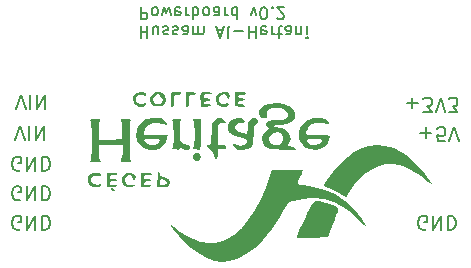
<source format=gbo>
%TF.GenerationSoftware,KiCad,Pcbnew,8.0.0*%
%TF.CreationDate,2024-05-08T18:40:11-04:00*%
%TF.ProjectId,myPowerBoardDesign,6d79506f-7765-4724-926f-617264446573,rev?*%
%TF.SameCoordinates,Original*%
%TF.FileFunction,Legend,Bot*%
%TF.FilePolarity,Positive*%
%FSLAX46Y46*%
G04 Gerber Fmt 4.6, Leading zero omitted, Abs format (unit mm)*
G04 Created by KiCad (PCBNEW 8.0.0) date 2024-05-08 18:40:11*
%MOMM*%
%LPD*%
G01*
G04 APERTURE LIST*
%ADD10C,0.150000*%
%ADD11C,0.000000*%
G04 APERTURE END LIST*
D10*
X85512969Y-54928013D02*
X85398684Y-54985156D01*
X85398684Y-54985156D02*
X85227255Y-54985156D01*
X85227255Y-54985156D02*
X85055826Y-54928013D01*
X85055826Y-54928013D02*
X84941541Y-54813727D01*
X84941541Y-54813727D02*
X84884398Y-54699441D01*
X84884398Y-54699441D02*
X84827255Y-54470870D01*
X84827255Y-54470870D02*
X84827255Y-54299441D01*
X84827255Y-54299441D02*
X84884398Y-54070870D01*
X84884398Y-54070870D02*
X84941541Y-53956584D01*
X84941541Y-53956584D02*
X85055826Y-53842299D01*
X85055826Y-53842299D02*
X85227255Y-53785156D01*
X85227255Y-53785156D02*
X85341541Y-53785156D01*
X85341541Y-53785156D02*
X85512969Y-53842299D01*
X85512969Y-53842299D02*
X85570112Y-53899441D01*
X85570112Y-53899441D02*
X85570112Y-54299441D01*
X85570112Y-54299441D02*
X85341541Y-54299441D01*
X86084398Y-53785156D02*
X86084398Y-54985156D01*
X86084398Y-54985156D02*
X86770112Y-53785156D01*
X86770112Y-53785156D02*
X86770112Y-54985156D01*
X87341541Y-53785156D02*
X87341541Y-54985156D01*
X87341541Y-54985156D02*
X87627255Y-54985156D01*
X87627255Y-54985156D02*
X87798684Y-54928013D01*
X87798684Y-54928013D02*
X87912969Y-54813727D01*
X87912969Y-54813727D02*
X87970112Y-54699441D01*
X87970112Y-54699441D02*
X88027255Y-54470870D01*
X88027255Y-54470870D02*
X88027255Y-54299441D01*
X88027255Y-54299441D02*
X87970112Y-54070870D01*
X87970112Y-54070870D02*
X87912969Y-53956584D01*
X87912969Y-53956584D02*
X87798684Y-53842299D01*
X87798684Y-53842299D02*
X87627255Y-53785156D01*
X87627255Y-53785156D02*
X87341541Y-53785156D01*
X85017256Y-46742300D02*
X85931542Y-46742300D01*
X85474399Y-46285157D02*
X85474399Y-47199442D01*
X87074398Y-47485157D02*
X86502970Y-47485157D01*
X86502970Y-47485157D02*
X86445827Y-46913728D01*
X86445827Y-46913728D02*
X86502970Y-46970871D01*
X86502970Y-46970871D02*
X86617256Y-47028014D01*
X86617256Y-47028014D02*
X86902970Y-47028014D01*
X86902970Y-47028014D02*
X87017256Y-46970871D01*
X87017256Y-46970871D02*
X87074398Y-46913728D01*
X87074398Y-46913728D02*
X87131541Y-46799442D01*
X87131541Y-46799442D02*
X87131541Y-46513728D01*
X87131541Y-46513728D02*
X87074398Y-46399442D01*
X87074398Y-46399442D02*
X87017256Y-46342300D01*
X87017256Y-46342300D02*
X86902970Y-46285157D01*
X86902970Y-46285157D02*
X86617256Y-46285157D01*
X86617256Y-46285157D02*
X86502970Y-46342300D01*
X86502970Y-46342300D02*
X86445827Y-46399442D01*
X87474398Y-47485157D02*
X87874398Y-46285157D01*
X87874398Y-46285157D02*
X88274398Y-47485157D01*
X83874399Y-44242299D02*
X84788685Y-44242299D01*
X84331542Y-43785156D02*
X84331542Y-44699441D01*
X85245827Y-44985156D02*
X85988684Y-44985156D01*
X85988684Y-44985156D02*
X85588684Y-44528013D01*
X85588684Y-44528013D02*
X85760113Y-44528013D01*
X85760113Y-44528013D02*
X85874399Y-44470870D01*
X85874399Y-44470870D02*
X85931541Y-44413727D01*
X85931541Y-44413727D02*
X85988684Y-44299441D01*
X85988684Y-44299441D02*
X85988684Y-44013727D01*
X85988684Y-44013727D02*
X85931541Y-43899441D01*
X85931541Y-43899441D02*
X85874399Y-43842299D01*
X85874399Y-43842299D02*
X85760113Y-43785156D01*
X85760113Y-43785156D02*
X85417256Y-43785156D01*
X85417256Y-43785156D02*
X85302970Y-43842299D01*
X85302970Y-43842299D02*
X85245827Y-43899441D01*
X86331541Y-44985156D02*
X86731541Y-43785156D01*
X86731541Y-43785156D02*
X87131541Y-44985156D01*
X87417255Y-44985156D02*
X88160112Y-44985156D01*
X88160112Y-44985156D02*
X87760112Y-44528013D01*
X87760112Y-44528013D02*
X87931541Y-44528013D01*
X87931541Y-44528013D02*
X88045827Y-44470870D01*
X88045827Y-44470870D02*
X88102969Y-44413727D01*
X88102969Y-44413727D02*
X88160112Y-44299441D01*
X88160112Y-44299441D02*
X88160112Y-44013727D01*
X88160112Y-44013727D02*
X88102969Y-43899441D01*
X88102969Y-43899441D02*
X88045827Y-43842299D01*
X88045827Y-43842299D02*
X87931541Y-43785156D01*
X87931541Y-43785156D02*
X87588684Y-43785156D01*
X87588684Y-43785156D02*
X87474398Y-43842299D01*
X87474398Y-43842299D02*
X87417255Y-43899441D01*
X51145826Y-54928013D02*
X51031541Y-54985156D01*
X51031541Y-54985156D02*
X50860112Y-54985156D01*
X50860112Y-54985156D02*
X50688683Y-54928013D01*
X50688683Y-54928013D02*
X50574398Y-54813727D01*
X50574398Y-54813727D02*
X50517255Y-54699441D01*
X50517255Y-54699441D02*
X50460112Y-54470870D01*
X50460112Y-54470870D02*
X50460112Y-54299441D01*
X50460112Y-54299441D02*
X50517255Y-54070870D01*
X50517255Y-54070870D02*
X50574398Y-53956584D01*
X50574398Y-53956584D02*
X50688683Y-53842299D01*
X50688683Y-53842299D02*
X50860112Y-53785156D01*
X50860112Y-53785156D02*
X50974398Y-53785156D01*
X50974398Y-53785156D02*
X51145826Y-53842299D01*
X51145826Y-53842299D02*
X51202969Y-53899441D01*
X51202969Y-53899441D02*
X51202969Y-54299441D01*
X51202969Y-54299441D02*
X50974398Y-54299441D01*
X51717255Y-53785156D02*
X51717255Y-54985156D01*
X51717255Y-54985156D02*
X52402969Y-53785156D01*
X52402969Y-53785156D02*
X52402969Y-54985156D01*
X52974398Y-53785156D02*
X52974398Y-54985156D01*
X52974398Y-54985156D02*
X53260112Y-54985156D01*
X53260112Y-54985156D02*
X53431541Y-54928013D01*
X53431541Y-54928013D02*
X53545826Y-54813727D01*
X53545826Y-54813727D02*
X53602969Y-54699441D01*
X53602969Y-54699441D02*
X53660112Y-54470870D01*
X53660112Y-54470870D02*
X53660112Y-54299441D01*
X53660112Y-54299441D02*
X53602969Y-54070870D01*
X53602969Y-54070870D02*
X53545826Y-53956584D01*
X53545826Y-53956584D02*
X53431541Y-53842299D01*
X53431541Y-53842299D02*
X53260112Y-53785156D01*
X53260112Y-53785156D02*
X52974398Y-53785156D01*
X51145826Y-52428013D02*
X51031541Y-52485156D01*
X51031541Y-52485156D02*
X50860112Y-52485156D01*
X50860112Y-52485156D02*
X50688683Y-52428013D01*
X50688683Y-52428013D02*
X50574398Y-52313727D01*
X50574398Y-52313727D02*
X50517255Y-52199441D01*
X50517255Y-52199441D02*
X50460112Y-51970870D01*
X50460112Y-51970870D02*
X50460112Y-51799441D01*
X50460112Y-51799441D02*
X50517255Y-51570870D01*
X50517255Y-51570870D02*
X50574398Y-51456584D01*
X50574398Y-51456584D02*
X50688683Y-51342299D01*
X50688683Y-51342299D02*
X50860112Y-51285156D01*
X50860112Y-51285156D02*
X50974398Y-51285156D01*
X50974398Y-51285156D02*
X51145826Y-51342299D01*
X51145826Y-51342299D02*
X51202969Y-51399441D01*
X51202969Y-51399441D02*
X51202969Y-51799441D01*
X51202969Y-51799441D02*
X50974398Y-51799441D01*
X51717255Y-51285156D02*
X51717255Y-52485156D01*
X51717255Y-52485156D02*
X52402969Y-51285156D01*
X52402969Y-51285156D02*
X52402969Y-52485156D01*
X52974398Y-51285156D02*
X52974398Y-52485156D01*
X52974398Y-52485156D02*
X53260112Y-52485156D01*
X53260112Y-52485156D02*
X53431541Y-52428013D01*
X53431541Y-52428013D02*
X53545826Y-52313727D01*
X53545826Y-52313727D02*
X53602969Y-52199441D01*
X53602969Y-52199441D02*
X53660112Y-51970870D01*
X53660112Y-51970870D02*
X53660112Y-51799441D01*
X53660112Y-51799441D02*
X53602969Y-51570870D01*
X53602969Y-51570870D02*
X53545826Y-51456584D01*
X53545826Y-51456584D02*
X53431541Y-51342299D01*
X53431541Y-51342299D02*
X53260112Y-51285156D01*
X53260112Y-51285156D02*
X52974398Y-51285156D01*
X51145826Y-49928013D02*
X51031541Y-49985156D01*
X51031541Y-49985156D02*
X50860112Y-49985156D01*
X50860112Y-49985156D02*
X50688683Y-49928013D01*
X50688683Y-49928013D02*
X50574398Y-49813727D01*
X50574398Y-49813727D02*
X50517255Y-49699441D01*
X50517255Y-49699441D02*
X50460112Y-49470870D01*
X50460112Y-49470870D02*
X50460112Y-49299441D01*
X50460112Y-49299441D02*
X50517255Y-49070870D01*
X50517255Y-49070870D02*
X50574398Y-48956584D01*
X50574398Y-48956584D02*
X50688683Y-48842299D01*
X50688683Y-48842299D02*
X50860112Y-48785156D01*
X50860112Y-48785156D02*
X50974398Y-48785156D01*
X50974398Y-48785156D02*
X51145826Y-48842299D01*
X51145826Y-48842299D02*
X51202969Y-48899441D01*
X51202969Y-48899441D02*
X51202969Y-49299441D01*
X51202969Y-49299441D02*
X50974398Y-49299441D01*
X51717255Y-48785156D02*
X51717255Y-49985156D01*
X51717255Y-49985156D02*
X52402969Y-48785156D01*
X52402969Y-48785156D02*
X52402969Y-49985156D01*
X52974398Y-48785156D02*
X52974398Y-49985156D01*
X52974398Y-49985156D02*
X53260112Y-49985156D01*
X53260112Y-49985156D02*
X53431541Y-49928013D01*
X53431541Y-49928013D02*
X53545826Y-49813727D01*
X53545826Y-49813727D02*
X53602969Y-49699441D01*
X53602969Y-49699441D02*
X53660112Y-49470870D01*
X53660112Y-49470870D02*
X53660112Y-49299441D01*
X53660112Y-49299441D02*
X53602969Y-49070870D01*
X53602969Y-49070870D02*
X53545826Y-48956584D01*
X53545826Y-48956584D02*
X53431541Y-48842299D01*
X53431541Y-48842299D02*
X53260112Y-48785156D01*
X53260112Y-48785156D02*
X52974398Y-48785156D01*
X50812969Y-44754657D02*
X51212969Y-43554657D01*
X51212969Y-43554657D02*
X51612969Y-44754657D01*
X52012969Y-43554657D02*
X52012969Y-44754657D01*
X52584398Y-43554657D02*
X52584398Y-44754657D01*
X52584398Y-44754657D02*
X53270112Y-43554657D01*
X53270112Y-43554657D02*
X53270112Y-44754657D01*
X50712969Y-47354657D02*
X51112969Y-46154657D01*
X51112969Y-46154657D02*
X51512969Y-47354657D01*
X51912969Y-46154657D02*
X51912969Y-47354657D01*
X52484398Y-46154657D02*
X52484398Y-47354657D01*
X52484398Y-47354657D02*
X53170112Y-46154657D01*
X53170112Y-46154657D02*
X53170112Y-47354657D01*
X61336779Y-37740124D02*
X61336779Y-38740124D01*
X61336779Y-38263934D02*
X61908207Y-38263934D01*
X61908207Y-37740124D02*
X61908207Y-38740124D01*
X62812969Y-38406791D02*
X62812969Y-37740124D01*
X62384398Y-38406791D02*
X62384398Y-37882982D01*
X62384398Y-37882982D02*
X62432017Y-37787744D01*
X62432017Y-37787744D02*
X62527255Y-37740124D01*
X62527255Y-37740124D02*
X62670112Y-37740124D01*
X62670112Y-37740124D02*
X62765350Y-37787744D01*
X62765350Y-37787744D02*
X62812969Y-37835363D01*
X63241541Y-37787744D02*
X63336779Y-37740124D01*
X63336779Y-37740124D02*
X63527255Y-37740124D01*
X63527255Y-37740124D02*
X63622493Y-37787744D01*
X63622493Y-37787744D02*
X63670112Y-37882982D01*
X63670112Y-37882982D02*
X63670112Y-37930601D01*
X63670112Y-37930601D02*
X63622493Y-38025839D01*
X63622493Y-38025839D02*
X63527255Y-38073458D01*
X63527255Y-38073458D02*
X63384398Y-38073458D01*
X63384398Y-38073458D02*
X63289160Y-38121077D01*
X63289160Y-38121077D02*
X63241541Y-38216315D01*
X63241541Y-38216315D02*
X63241541Y-38263934D01*
X63241541Y-38263934D02*
X63289160Y-38359172D01*
X63289160Y-38359172D02*
X63384398Y-38406791D01*
X63384398Y-38406791D02*
X63527255Y-38406791D01*
X63527255Y-38406791D02*
X63622493Y-38359172D01*
X64051065Y-37787744D02*
X64146303Y-37740124D01*
X64146303Y-37740124D02*
X64336779Y-37740124D01*
X64336779Y-37740124D02*
X64432017Y-37787744D01*
X64432017Y-37787744D02*
X64479636Y-37882982D01*
X64479636Y-37882982D02*
X64479636Y-37930601D01*
X64479636Y-37930601D02*
X64432017Y-38025839D01*
X64432017Y-38025839D02*
X64336779Y-38073458D01*
X64336779Y-38073458D02*
X64193922Y-38073458D01*
X64193922Y-38073458D02*
X64098684Y-38121077D01*
X64098684Y-38121077D02*
X64051065Y-38216315D01*
X64051065Y-38216315D02*
X64051065Y-38263934D01*
X64051065Y-38263934D02*
X64098684Y-38359172D01*
X64098684Y-38359172D02*
X64193922Y-38406791D01*
X64193922Y-38406791D02*
X64336779Y-38406791D01*
X64336779Y-38406791D02*
X64432017Y-38359172D01*
X65336779Y-37740124D02*
X65336779Y-38263934D01*
X65336779Y-38263934D02*
X65289160Y-38359172D01*
X65289160Y-38359172D02*
X65193922Y-38406791D01*
X65193922Y-38406791D02*
X65003446Y-38406791D01*
X65003446Y-38406791D02*
X64908208Y-38359172D01*
X65336779Y-37787744D02*
X65241541Y-37740124D01*
X65241541Y-37740124D02*
X65003446Y-37740124D01*
X65003446Y-37740124D02*
X64908208Y-37787744D01*
X64908208Y-37787744D02*
X64860589Y-37882982D01*
X64860589Y-37882982D02*
X64860589Y-37978220D01*
X64860589Y-37978220D02*
X64908208Y-38073458D01*
X64908208Y-38073458D02*
X65003446Y-38121077D01*
X65003446Y-38121077D02*
X65241541Y-38121077D01*
X65241541Y-38121077D02*
X65336779Y-38168696D01*
X65812970Y-37740124D02*
X65812970Y-38406791D01*
X65812970Y-38311553D02*
X65860589Y-38359172D01*
X65860589Y-38359172D02*
X65955827Y-38406791D01*
X65955827Y-38406791D02*
X66098684Y-38406791D01*
X66098684Y-38406791D02*
X66193922Y-38359172D01*
X66193922Y-38359172D02*
X66241541Y-38263934D01*
X66241541Y-38263934D02*
X66241541Y-37740124D01*
X66241541Y-38263934D02*
X66289160Y-38359172D01*
X66289160Y-38359172D02*
X66384398Y-38406791D01*
X66384398Y-38406791D02*
X66527255Y-38406791D01*
X66527255Y-38406791D02*
X66622494Y-38359172D01*
X66622494Y-38359172D02*
X66670113Y-38263934D01*
X66670113Y-38263934D02*
X66670113Y-37740124D01*
X67860589Y-38025839D02*
X68336779Y-38025839D01*
X67765351Y-37740124D02*
X68098684Y-38740124D01*
X68098684Y-38740124D02*
X68432017Y-37740124D01*
X68908208Y-37740124D02*
X68812970Y-37787744D01*
X68812970Y-37787744D02*
X68765351Y-37882982D01*
X68765351Y-37882982D02*
X68765351Y-38740124D01*
X69289161Y-38121077D02*
X70051066Y-38121077D01*
X70527256Y-37740124D02*
X70527256Y-38740124D01*
X70527256Y-38263934D02*
X71098684Y-38263934D01*
X71098684Y-37740124D02*
X71098684Y-38740124D01*
X71955827Y-37787744D02*
X71860589Y-37740124D01*
X71860589Y-37740124D02*
X71670113Y-37740124D01*
X71670113Y-37740124D02*
X71574875Y-37787744D01*
X71574875Y-37787744D02*
X71527256Y-37882982D01*
X71527256Y-37882982D02*
X71527256Y-38263934D01*
X71527256Y-38263934D02*
X71574875Y-38359172D01*
X71574875Y-38359172D02*
X71670113Y-38406791D01*
X71670113Y-38406791D02*
X71860589Y-38406791D01*
X71860589Y-38406791D02*
X71955827Y-38359172D01*
X71955827Y-38359172D02*
X72003446Y-38263934D01*
X72003446Y-38263934D02*
X72003446Y-38168696D01*
X72003446Y-38168696D02*
X71527256Y-38073458D01*
X72432018Y-37740124D02*
X72432018Y-38406791D01*
X72432018Y-38216315D02*
X72479637Y-38311553D01*
X72479637Y-38311553D02*
X72527256Y-38359172D01*
X72527256Y-38359172D02*
X72622494Y-38406791D01*
X72622494Y-38406791D02*
X72717732Y-38406791D01*
X72908209Y-38406791D02*
X73289161Y-38406791D01*
X73051066Y-38740124D02*
X73051066Y-37882982D01*
X73051066Y-37882982D02*
X73098685Y-37787744D01*
X73098685Y-37787744D02*
X73193923Y-37740124D01*
X73193923Y-37740124D02*
X73289161Y-37740124D01*
X74051066Y-37740124D02*
X74051066Y-38263934D01*
X74051066Y-38263934D02*
X74003447Y-38359172D01*
X74003447Y-38359172D02*
X73908209Y-38406791D01*
X73908209Y-38406791D02*
X73717733Y-38406791D01*
X73717733Y-38406791D02*
X73622495Y-38359172D01*
X74051066Y-37787744D02*
X73955828Y-37740124D01*
X73955828Y-37740124D02*
X73717733Y-37740124D01*
X73717733Y-37740124D02*
X73622495Y-37787744D01*
X73622495Y-37787744D02*
X73574876Y-37882982D01*
X73574876Y-37882982D02*
X73574876Y-37978220D01*
X73574876Y-37978220D02*
X73622495Y-38073458D01*
X73622495Y-38073458D02*
X73717733Y-38121077D01*
X73717733Y-38121077D02*
X73955828Y-38121077D01*
X73955828Y-38121077D02*
X74051066Y-38168696D01*
X74527257Y-38406791D02*
X74527257Y-37740124D01*
X74527257Y-38311553D02*
X74574876Y-38359172D01*
X74574876Y-38359172D02*
X74670114Y-38406791D01*
X74670114Y-38406791D02*
X74812971Y-38406791D01*
X74812971Y-38406791D02*
X74908209Y-38359172D01*
X74908209Y-38359172D02*
X74955828Y-38263934D01*
X74955828Y-38263934D02*
X74955828Y-37740124D01*
X75432019Y-37740124D02*
X75432019Y-38406791D01*
X75432019Y-38740124D02*
X75384400Y-38692505D01*
X75384400Y-38692505D02*
X75432019Y-38644886D01*
X75432019Y-38644886D02*
X75479638Y-38692505D01*
X75479638Y-38692505D02*
X75432019Y-38740124D01*
X75432019Y-38740124D02*
X75432019Y-38644886D01*
X61336779Y-36130180D02*
X61336779Y-37130180D01*
X61336779Y-37130180D02*
X61717731Y-37130180D01*
X61717731Y-37130180D02*
X61812969Y-37082561D01*
X61812969Y-37082561D02*
X61860588Y-37034942D01*
X61860588Y-37034942D02*
X61908207Y-36939704D01*
X61908207Y-36939704D02*
X61908207Y-36796847D01*
X61908207Y-36796847D02*
X61860588Y-36701609D01*
X61860588Y-36701609D02*
X61812969Y-36653990D01*
X61812969Y-36653990D02*
X61717731Y-36606371D01*
X61717731Y-36606371D02*
X61336779Y-36606371D01*
X62479636Y-36130180D02*
X62384398Y-36177800D01*
X62384398Y-36177800D02*
X62336779Y-36225419D01*
X62336779Y-36225419D02*
X62289160Y-36320657D01*
X62289160Y-36320657D02*
X62289160Y-36606371D01*
X62289160Y-36606371D02*
X62336779Y-36701609D01*
X62336779Y-36701609D02*
X62384398Y-36749228D01*
X62384398Y-36749228D02*
X62479636Y-36796847D01*
X62479636Y-36796847D02*
X62622493Y-36796847D01*
X62622493Y-36796847D02*
X62717731Y-36749228D01*
X62717731Y-36749228D02*
X62765350Y-36701609D01*
X62765350Y-36701609D02*
X62812969Y-36606371D01*
X62812969Y-36606371D02*
X62812969Y-36320657D01*
X62812969Y-36320657D02*
X62765350Y-36225419D01*
X62765350Y-36225419D02*
X62717731Y-36177800D01*
X62717731Y-36177800D02*
X62622493Y-36130180D01*
X62622493Y-36130180D02*
X62479636Y-36130180D01*
X63146303Y-36796847D02*
X63336779Y-36130180D01*
X63336779Y-36130180D02*
X63527255Y-36606371D01*
X63527255Y-36606371D02*
X63717731Y-36130180D01*
X63717731Y-36130180D02*
X63908207Y-36796847D01*
X64670112Y-36177800D02*
X64574874Y-36130180D01*
X64574874Y-36130180D02*
X64384398Y-36130180D01*
X64384398Y-36130180D02*
X64289160Y-36177800D01*
X64289160Y-36177800D02*
X64241541Y-36273038D01*
X64241541Y-36273038D02*
X64241541Y-36653990D01*
X64241541Y-36653990D02*
X64289160Y-36749228D01*
X64289160Y-36749228D02*
X64384398Y-36796847D01*
X64384398Y-36796847D02*
X64574874Y-36796847D01*
X64574874Y-36796847D02*
X64670112Y-36749228D01*
X64670112Y-36749228D02*
X64717731Y-36653990D01*
X64717731Y-36653990D02*
X64717731Y-36558752D01*
X64717731Y-36558752D02*
X64241541Y-36463514D01*
X65146303Y-36130180D02*
X65146303Y-36796847D01*
X65146303Y-36606371D02*
X65193922Y-36701609D01*
X65193922Y-36701609D02*
X65241541Y-36749228D01*
X65241541Y-36749228D02*
X65336779Y-36796847D01*
X65336779Y-36796847D02*
X65432017Y-36796847D01*
X65765351Y-36130180D02*
X65765351Y-37130180D01*
X65765351Y-36749228D02*
X65860589Y-36796847D01*
X65860589Y-36796847D02*
X66051065Y-36796847D01*
X66051065Y-36796847D02*
X66146303Y-36749228D01*
X66146303Y-36749228D02*
X66193922Y-36701609D01*
X66193922Y-36701609D02*
X66241541Y-36606371D01*
X66241541Y-36606371D02*
X66241541Y-36320657D01*
X66241541Y-36320657D02*
X66193922Y-36225419D01*
X66193922Y-36225419D02*
X66146303Y-36177800D01*
X66146303Y-36177800D02*
X66051065Y-36130180D01*
X66051065Y-36130180D02*
X65860589Y-36130180D01*
X65860589Y-36130180D02*
X65765351Y-36177800D01*
X66812970Y-36130180D02*
X66717732Y-36177800D01*
X66717732Y-36177800D02*
X66670113Y-36225419D01*
X66670113Y-36225419D02*
X66622494Y-36320657D01*
X66622494Y-36320657D02*
X66622494Y-36606371D01*
X66622494Y-36606371D02*
X66670113Y-36701609D01*
X66670113Y-36701609D02*
X66717732Y-36749228D01*
X66717732Y-36749228D02*
X66812970Y-36796847D01*
X66812970Y-36796847D02*
X66955827Y-36796847D01*
X66955827Y-36796847D02*
X67051065Y-36749228D01*
X67051065Y-36749228D02*
X67098684Y-36701609D01*
X67098684Y-36701609D02*
X67146303Y-36606371D01*
X67146303Y-36606371D02*
X67146303Y-36320657D01*
X67146303Y-36320657D02*
X67098684Y-36225419D01*
X67098684Y-36225419D02*
X67051065Y-36177800D01*
X67051065Y-36177800D02*
X66955827Y-36130180D01*
X66955827Y-36130180D02*
X66812970Y-36130180D01*
X68003446Y-36130180D02*
X68003446Y-36653990D01*
X68003446Y-36653990D02*
X67955827Y-36749228D01*
X67955827Y-36749228D02*
X67860589Y-36796847D01*
X67860589Y-36796847D02*
X67670113Y-36796847D01*
X67670113Y-36796847D02*
X67574875Y-36749228D01*
X68003446Y-36177800D02*
X67908208Y-36130180D01*
X67908208Y-36130180D02*
X67670113Y-36130180D01*
X67670113Y-36130180D02*
X67574875Y-36177800D01*
X67574875Y-36177800D02*
X67527256Y-36273038D01*
X67527256Y-36273038D02*
X67527256Y-36368276D01*
X67527256Y-36368276D02*
X67574875Y-36463514D01*
X67574875Y-36463514D02*
X67670113Y-36511133D01*
X67670113Y-36511133D02*
X67908208Y-36511133D01*
X67908208Y-36511133D02*
X68003446Y-36558752D01*
X68479637Y-36130180D02*
X68479637Y-36796847D01*
X68479637Y-36606371D02*
X68527256Y-36701609D01*
X68527256Y-36701609D02*
X68574875Y-36749228D01*
X68574875Y-36749228D02*
X68670113Y-36796847D01*
X68670113Y-36796847D02*
X68765351Y-36796847D01*
X69527256Y-36130180D02*
X69527256Y-37130180D01*
X69527256Y-36177800D02*
X69432018Y-36130180D01*
X69432018Y-36130180D02*
X69241542Y-36130180D01*
X69241542Y-36130180D02*
X69146304Y-36177800D01*
X69146304Y-36177800D02*
X69098685Y-36225419D01*
X69098685Y-36225419D02*
X69051066Y-36320657D01*
X69051066Y-36320657D02*
X69051066Y-36606371D01*
X69051066Y-36606371D02*
X69098685Y-36701609D01*
X69098685Y-36701609D02*
X69146304Y-36749228D01*
X69146304Y-36749228D02*
X69241542Y-36796847D01*
X69241542Y-36796847D02*
X69432018Y-36796847D01*
X69432018Y-36796847D02*
X69527256Y-36749228D01*
X70670114Y-36796847D02*
X70908209Y-36130180D01*
X70908209Y-36130180D02*
X71146304Y-36796847D01*
X71717733Y-37130180D02*
X71812971Y-37130180D01*
X71812971Y-37130180D02*
X71908209Y-37082561D01*
X71908209Y-37082561D02*
X71955828Y-37034942D01*
X71955828Y-37034942D02*
X72003447Y-36939704D01*
X72003447Y-36939704D02*
X72051066Y-36749228D01*
X72051066Y-36749228D02*
X72051066Y-36511133D01*
X72051066Y-36511133D02*
X72003447Y-36320657D01*
X72003447Y-36320657D02*
X71955828Y-36225419D01*
X71955828Y-36225419D02*
X71908209Y-36177800D01*
X71908209Y-36177800D02*
X71812971Y-36130180D01*
X71812971Y-36130180D02*
X71717733Y-36130180D01*
X71717733Y-36130180D02*
X71622495Y-36177800D01*
X71622495Y-36177800D02*
X71574876Y-36225419D01*
X71574876Y-36225419D02*
X71527257Y-36320657D01*
X71527257Y-36320657D02*
X71479638Y-36511133D01*
X71479638Y-36511133D02*
X71479638Y-36749228D01*
X71479638Y-36749228D02*
X71527257Y-36939704D01*
X71527257Y-36939704D02*
X71574876Y-37034942D01*
X71574876Y-37034942D02*
X71622495Y-37082561D01*
X71622495Y-37082561D02*
X71717733Y-37130180D01*
X72479638Y-36225419D02*
X72527257Y-36177800D01*
X72527257Y-36177800D02*
X72479638Y-36130180D01*
X72479638Y-36130180D02*
X72432019Y-36177800D01*
X72432019Y-36177800D02*
X72479638Y-36225419D01*
X72479638Y-36225419D02*
X72479638Y-36130180D01*
X72908209Y-37034942D02*
X72955828Y-37082561D01*
X72955828Y-37082561D02*
X73051066Y-37130180D01*
X73051066Y-37130180D02*
X73289161Y-37130180D01*
X73289161Y-37130180D02*
X73384399Y-37082561D01*
X73384399Y-37082561D02*
X73432018Y-37034942D01*
X73432018Y-37034942D02*
X73479637Y-36939704D01*
X73479637Y-36939704D02*
X73479637Y-36844466D01*
X73479637Y-36844466D02*
X73432018Y-36701609D01*
X73432018Y-36701609D02*
X72860590Y-36130180D01*
X72860590Y-36130180D02*
X73479637Y-36130180D01*
D11*
%TO.C,G\u002A\u002A\u002A*%
G36*
X59088233Y-51552898D02*
G01*
X59173398Y-51640513D01*
X59148025Y-51726827D01*
X59144400Y-51728936D01*
X59012257Y-51723178D01*
X58872751Y-51630936D01*
X58808000Y-51505633D01*
X58815535Y-51464965D01*
X58905572Y-51445243D01*
X59088233Y-51552898D01*
G37*
G36*
X66252999Y-48500377D02*
G01*
X66366212Y-48586030D01*
X66412241Y-48786082D01*
X66415126Y-48824009D01*
X66377515Y-49041771D01*
X66229026Y-49135468D01*
X65962144Y-49110518D01*
X65911284Y-49092826D01*
X65774188Y-48955921D01*
X65751691Y-48759603D01*
X65855905Y-48565961D01*
X65969804Y-48505279D01*
X66173405Y-48485528D01*
X66252999Y-48500377D01*
G37*
G36*
X65602500Y-43320075D02*
G01*
X65775185Y-43336962D01*
X65961280Y-43378892D01*
X66024194Y-43430333D01*
X65992382Y-43474364D01*
X65854861Y-43523631D01*
X65736340Y-43530626D01*
X65543633Y-43555412D01*
X65447922Y-43625170D01*
X65415335Y-43781333D01*
X65412000Y-44065333D01*
X65411750Y-44126541D01*
X65398336Y-44396019D01*
X65358743Y-44534320D01*
X65285000Y-44573333D01*
X65235401Y-44558100D01*
X65188353Y-44468061D01*
X65164577Y-44270186D01*
X65158000Y-43933909D01*
X65158000Y-43294484D01*
X65602500Y-43320075D01*
G37*
G36*
X64588965Y-43308138D02*
G01*
X64763182Y-43341014D01*
X64797745Y-43409166D01*
X64752259Y-43468015D01*
X64600189Y-43523631D01*
X64474970Y-43530323D01*
X64276982Y-43554496D01*
X64178741Y-43624233D01*
X64145373Y-43780768D01*
X64142000Y-44065333D01*
X64141750Y-44126541D01*
X64128336Y-44396019D01*
X64088743Y-44534320D01*
X64015000Y-44573333D01*
X63978643Y-44566385D01*
X63923705Y-44492489D01*
X63895781Y-44312388D01*
X63888000Y-43994778D01*
X63888000Y-43993338D01*
X63895780Y-43694802D01*
X63916051Y-43467227D01*
X63944445Y-43359778D01*
X63987087Y-43340989D01*
X64164201Y-43313956D01*
X64417167Y-43303333D01*
X64588965Y-43308138D01*
G37*
G36*
X66442750Y-46879743D02*
G01*
X66437217Y-47122941D01*
X66426002Y-47539947D01*
X66414685Y-47876459D01*
X66404322Y-48102873D01*
X66395971Y-48189585D01*
X66389158Y-48191979D01*
X66274446Y-48186753D01*
X66069662Y-48158943D01*
X66045003Y-48154895D01*
X65860381Y-48111451D01*
X65804571Y-48040777D01*
X65841274Y-47902041D01*
X65850002Y-47875184D01*
X65885374Y-47658871D01*
X65907800Y-47337507D01*
X65917467Y-46956755D01*
X65914567Y-46562277D01*
X65899289Y-46199733D01*
X65871821Y-45914787D01*
X65832355Y-45753100D01*
X65812544Y-45714139D01*
X65798386Y-45631298D01*
X65885374Y-45596409D01*
X66107521Y-45589215D01*
X66470334Y-45589097D01*
X66442750Y-46879743D01*
G37*
G36*
X76549640Y-52565975D02*
G01*
X76951701Y-52665487D01*
X77088489Y-52702472D01*
X77527299Y-52847043D01*
X77850942Y-52997634D01*
X78041866Y-53144725D01*
X78082516Y-53278796D01*
X78075377Y-53299699D01*
X78014671Y-53465528D01*
X77909072Y-53746745D01*
X77771190Y-54109931D01*
X77613631Y-54521666D01*
X77190861Y-55622333D01*
X75867033Y-55645682D01*
X74543204Y-55669031D01*
X74601466Y-55476349D01*
X74665193Y-55301563D01*
X74788213Y-55009718D01*
X74973741Y-54594776D01*
X75226038Y-54047212D01*
X75549365Y-53357500D01*
X75565257Y-53323805D01*
X75750740Y-52942975D01*
X75904301Y-52695340D01*
X76063559Y-52562338D01*
X76266132Y-52525405D01*
X76549640Y-52565975D01*
G37*
G36*
X61579477Y-43317821D02*
G01*
X61765078Y-43422795D01*
X61795026Y-43465633D01*
X61801826Y-43573775D01*
X61696490Y-43612010D01*
X61519083Y-43558270D01*
X61442394Y-43527316D01*
X61226944Y-43536527D01*
X61051454Y-43661711D01*
X60955050Y-43863575D01*
X60976857Y-44102824D01*
X61105442Y-44257114D01*
X61321883Y-44338861D01*
X61540250Y-44305413D01*
X61633164Y-44269180D01*
X61768349Y-44272986D01*
X61812152Y-44347112D01*
X61725644Y-44459257D01*
X61485442Y-44557600D01*
X61200307Y-44540403D01*
X60937765Y-44415806D01*
X60745367Y-44207289D01*
X60670667Y-43938333D01*
X60670789Y-43930661D01*
X60734098Y-43717498D01*
X60878485Y-43511151D01*
X61055273Y-43387823D01*
X61321782Y-43308265D01*
X61579477Y-43317821D01*
G37*
G36*
X57787943Y-50182322D02*
G01*
X57972363Y-50245216D01*
X58046000Y-50347167D01*
X58042538Y-50360134D01*
X57938675Y-50393074D01*
X57718873Y-50374949D01*
X57671565Y-50368090D01*
X57378410Y-50389177D01*
X57184661Y-50522905D01*
X57114667Y-50754000D01*
X57116581Y-50797033D01*
X57208889Y-51014742D01*
X57421632Y-51134754D01*
X57729682Y-51141247D01*
X57866551Y-51123148D01*
X58006250Y-51131056D01*
X58025654Y-51196251D01*
X57959786Y-51271434D01*
X57768014Y-51343006D01*
X57517393Y-51364413D01*
X57270829Y-51324930D01*
X57174828Y-51282106D01*
X56982597Y-51089822D01*
X56897270Y-50826366D01*
X56927997Y-50542463D01*
X57083928Y-50288834D01*
X57117337Y-50261166D01*
X57305694Y-50186978D01*
X57547474Y-50161803D01*
X57787943Y-50182322D01*
G37*
G36*
X68616700Y-43326875D02*
G01*
X68794799Y-43425673D01*
X68837534Y-43500267D01*
X68868400Y-43675234D01*
X68839373Y-43833686D01*
X68756334Y-43902707D01*
X68700190Y-43867201D01*
X68643933Y-43724843D01*
X68562598Y-43549056D01*
X68394471Y-43498650D01*
X68163013Y-43592309D01*
X68082049Y-43657649D01*
X67970152Y-43856812D01*
X67979707Y-44065803D01*
X68088976Y-44240721D01*
X68276223Y-44337663D01*
X68519710Y-44312727D01*
X68650943Y-44275991D01*
X68799795Y-44281575D01*
X68844413Y-44349327D01*
X68752977Y-44459257D01*
X68525505Y-44556397D01*
X68216861Y-44544553D01*
X67921085Y-44397855D01*
X67813054Y-44287079D01*
X67700448Y-44017471D01*
X67723078Y-43727958D01*
X67883298Y-43475965D01*
X68089279Y-43358827D01*
X68358695Y-43305852D01*
X68616700Y-43326875D01*
G37*
G36*
X60790742Y-50212725D02*
G01*
X60819092Y-50227949D01*
X60901907Y-50354296D01*
X60926531Y-50530220D01*
X60892079Y-50686521D01*
X60797667Y-50754000D01*
X60724900Y-50724149D01*
X60670667Y-50589663D01*
X60650857Y-50466056D01*
X60525888Y-50353995D01*
X60286144Y-50366318D01*
X60236901Y-50382784D01*
X60073035Y-50530269D01*
X60014563Y-50757699D01*
X60079147Y-51010142D01*
X60152416Y-51113959D01*
X60281151Y-51166889D01*
X60509680Y-51153085D01*
X60697958Y-51142284D01*
X60824164Y-51177945D01*
X60802587Y-51253050D01*
X60622458Y-51348900D01*
X60572081Y-51366001D01*
X60276911Y-51385378D01*
X60023500Y-51282218D01*
X59835909Y-51090843D01*
X59738199Y-50845577D01*
X59754431Y-50580744D01*
X59908667Y-50330666D01*
X59942232Y-50301221D01*
X60186530Y-50191564D01*
X60495121Y-50158622D01*
X60790742Y-50212725D01*
G37*
G36*
X59126642Y-50168880D02*
G01*
X59324115Y-50199633D01*
X59400667Y-50246000D01*
X59392031Y-50264979D01*
X59274074Y-50311888D01*
X59062000Y-50330666D01*
X58866523Y-50340254D01*
X58751734Y-50389216D01*
X58723334Y-50500000D01*
X58733020Y-50576444D01*
X58815428Y-50650391D01*
X59019667Y-50669333D01*
X59058557Y-50670064D01*
X59241571Y-50698038D01*
X59316000Y-50754000D01*
X59313441Y-50765111D01*
X59215534Y-50817401D01*
X59019667Y-50838666D01*
X58885889Y-50844202D01*
X58756482Y-50891292D01*
X58723334Y-51008000D01*
X58732037Y-51081295D01*
X58812536Y-51157674D01*
X59014670Y-51177333D01*
X59156776Y-51182617D01*
X59320891Y-51217857D01*
X59333440Y-51271090D01*
X59202222Y-51324429D01*
X58935033Y-51359989D01*
X58469103Y-51389000D01*
X58469218Y-50775166D01*
X58469334Y-50161333D01*
X58935000Y-50161333D01*
X59126642Y-50168880D01*
G37*
G36*
X63215356Y-43416011D02*
G01*
X63395320Y-43623537D01*
X63461974Y-43917166D01*
X63455811Y-44031809D01*
X63365638Y-44315825D01*
X63160165Y-44478878D01*
X62829046Y-44531000D01*
X62753505Y-44529483D01*
X62444949Y-44468172D01*
X62251622Y-44301132D01*
X62144763Y-44006312D01*
X62133919Y-43933632D01*
X62371923Y-43933632D01*
X62436008Y-44127208D01*
X62668410Y-44302632D01*
X62788931Y-44343617D01*
X62983151Y-44311470D01*
X63125622Y-44178093D01*
X63194340Y-43986875D01*
X63167299Y-43781203D01*
X63022495Y-43604467D01*
X62974556Y-43571159D01*
X62824060Y-43488586D01*
X62708252Y-43511061D01*
X62549298Y-43645298D01*
X62476061Y-43721375D01*
X62371923Y-43933632D01*
X62133919Y-43933632D01*
X62129032Y-43900873D01*
X62159958Y-43709657D01*
X62308357Y-43520612D01*
X62393059Y-43446677D01*
X62674480Y-43313918D01*
X62961828Y-43308251D01*
X63215356Y-43416011D01*
G37*
G36*
X69850837Y-43304704D02*
G01*
X70111803Y-43330382D01*
X70264384Y-43380509D01*
X70288314Y-43444514D01*
X70163331Y-43511827D01*
X70063364Y-43537714D01*
X69929268Y-43550230D01*
X69818527Y-43539196D01*
X69633305Y-43575369D01*
X69560667Y-43679222D01*
X69560669Y-43679807D01*
X69641925Y-43776942D01*
X69878167Y-43827389D01*
X69935108Y-43833475D01*
X70120775Y-43877671D01*
X70195667Y-43938333D01*
X70190516Y-43953944D01*
X70082407Y-44012403D01*
X69878167Y-44049277D01*
X69860603Y-44050856D01*
X69631647Y-44107049D01*
X69556673Y-44194732D01*
X69636418Y-44281610D01*
X69871622Y-44335389D01*
X69917310Y-44340396D01*
X70118421Y-44393250D01*
X70218919Y-44472224D01*
X70201743Y-44534217D01*
X70072180Y-44562096D01*
X69802130Y-44556890D01*
X69349000Y-44531000D01*
X69324124Y-43917166D01*
X69299248Y-43303333D01*
X69763628Y-43303333D01*
X69850837Y-43304704D01*
G37*
G36*
X61993667Y-50168164D02*
G01*
X62214181Y-50198903D01*
X62321667Y-50246000D01*
X62324367Y-50270348D01*
X62223321Y-50314564D01*
X61987997Y-50330666D01*
X61951981Y-50330777D01*
X61728934Y-50344583D01*
X61626580Y-50394715D01*
X61602000Y-50500000D01*
X61610704Y-50573295D01*
X61691203Y-50649674D01*
X61893337Y-50669333D01*
X61951610Y-50671385D01*
X62129499Y-50704737D01*
X62240883Y-50760898D01*
X62253768Y-50816373D01*
X62136164Y-50847666D01*
X62041713Y-50853502D01*
X61815181Y-50868833D01*
X61715566Y-50901622D01*
X61618472Y-51029166D01*
X61622355Y-51113976D01*
X61713400Y-51164476D01*
X61934459Y-51177333D01*
X62015888Y-51179733D01*
X62204132Y-51209375D01*
X62279334Y-51262000D01*
X62237823Y-51296844D01*
X62068682Y-51332748D01*
X61813667Y-51346666D01*
X61348000Y-51346666D01*
X61348000Y-50754000D01*
X61348000Y-50161333D01*
X61808670Y-50161333D01*
X61993667Y-50168164D01*
G37*
G36*
X62871882Y-50112933D02*
G01*
X62956667Y-50288333D01*
X62961966Y-50301867D01*
X63078392Y-50456898D01*
X63287190Y-50500000D01*
X63528832Y-50548399D01*
X63728625Y-50710190D01*
X63803334Y-50954781D01*
X63796615Y-51047639D01*
X63710680Y-51222872D01*
X63508210Y-51317995D01*
X63167027Y-51346666D01*
X62733921Y-51346666D01*
X62756005Y-50986833D01*
X62756422Y-50979778D01*
X62956667Y-50979778D01*
X62962241Y-51059248D01*
X63029603Y-51154176D01*
X63213324Y-51177333D01*
X63287270Y-51172045D01*
X63467964Y-51098997D01*
X63546690Y-50971757D01*
X63490860Y-50830993D01*
X63474093Y-50816069D01*
X63315714Y-50739057D01*
X63130509Y-50705069D01*
X63006756Y-50732133D01*
X62975963Y-50804943D01*
X62956667Y-50979778D01*
X62756422Y-50979778D01*
X62759082Y-50934804D01*
X62774162Y-50622775D01*
X62782711Y-50351833D01*
X62785944Y-50262762D01*
X62814792Y-50104477D01*
X62871882Y-50112933D01*
G37*
G36*
X67105272Y-43315469D02*
G01*
X67287053Y-43355070D01*
X67369397Y-43406896D01*
X67330277Y-43454954D01*
X67147667Y-43483250D01*
X66985455Y-43492658D01*
X66810496Y-43516411D01*
X66730756Y-43565246D01*
X66699225Y-43657422D01*
X66695624Y-43689613D01*
X66752049Y-43782527D01*
X66945545Y-43826755D01*
X66961413Y-43828424D01*
X67177591Y-43883280D01*
X67257267Y-43962736D01*
X67195011Y-44034263D01*
X66985389Y-44065333D01*
X66925830Y-44066958D01*
X66725149Y-44112905D01*
X66671752Y-44196267D01*
X66763811Y-44282082D01*
X66999500Y-44335389D01*
X67122066Y-44350402D01*
X67272557Y-44401035D01*
X67272267Y-44463024D01*
X67131404Y-44520182D01*
X66860174Y-44556323D01*
X66443460Y-44581646D01*
X66414563Y-44079594D01*
X66404989Y-43856508D01*
X66402829Y-43596453D01*
X66413042Y-43440438D01*
X66467217Y-43359243D01*
X66617664Y-43315609D01*
X66899875Y-43303333D01*
X67105272Y-43315469D01*
G37*
G36*
X64439679Y-45589375D02*
G01*
X64679780Y-45599066D01*
X64776041Y-45630590D01*
X64751600Y-45690933D01*
X64748388Y-45694387D01*
X64695083Y-45847169D01*
X64661610Y-46149587D01*
X64650000Y-46583782D01*
X64652356Y-46915679D01*
X64666214Y-47180664D01*
X64700580Y-47353855D01*
X64764426Y-47476976D01*
X64866722Y-47591752D01*
X65068546Y-47741941D01*
X65290055Y-47768978D01*
X65389083Y-47756345D01*
X65477219Y-47802159D01*
X65496667Y-47971741D01*
X65493983Y-48049317D01*
X65444222Y-48180981D01*
X65301182Y-48214000D01*
X65154651Y-48190091D01*
X64941349Y-48089693D01*
X64794955Y-47993375D01*
X64683333Y-47979533D01*
X64650000Y-48096058D01*
X64629273Y-48172865D01*
X64516075Y-48180725D01*
X64394417Y-48149982D01*
X64174430Y-48129333D01*
X64096547Y-48126883D01*
X64012869Y-48086878D01*
X64054355Y-47965566D01*
X64062921Y-47946156D01*
X64100659Y-47755851D01*
X64125830Y-47450991D01*
X64138327Y-47077237D01*
X64138043Y-46680252D01*
X64124870Y-46305695D01*
X64098701Y-45999228D01*
X64059429Y-45806512D01*
X64020143Y-45687451D01*
X64040456Y-45618768D01*
X64160482Y-45593149D01*
X64415029Y-45589333D01*
X64439679Y-45589375D01*
G37*
G36*
X68389833Y-45644789D02*
G01*
X68425817Y-45679117D01*
X68528900Y-45819640D01*
X68522931Y-45902162D01*
X68405737Y-45892804D01*
X68260893Y-45891009D01*
X68067070Y-45970364D01*
X68051159Y-45980933D01*
X67965677Y-46052119D01*
X67911793Y-46149566D01*
X67882267Y-46309036D01*
X67869860Y-46566293D01*
X67867334Y-46957100D01*
X67867334Y-47812962D01*
X68198495Y-47768544D01*
X68378669Y-47752288D01*
X68512488Y-47780531D01*
X68570287Y-47879494D01*
X68584422Y-47944491D01*
X68567950Y-48061391D01*
X68447866Y-48115900D01*
X68191889Y-48129333D01*
X67867334Y-48129333D01*
X67867334Y-48552666D01*
X67863154Y-48684631D01*
X67820256Y-48909613D01*
X67743599Y-48975310D01*
X67648927Y-48878551D01*
X67551984Y-48616166D01*
X67417710Y-48305187D01*
X67195757Y-48103380D01*
X67134965Y-48066158D01*
X66968054Y-47927726D01*
X66965226Y-47830769D01*
X67126500Y-47775388D01*
X67176362Y-47766151D01*
X67243511Y-47730347D01*
X67288362Y-47644409D01*
X67317934Y-47478564D01*
X67339251Y-47203035D01*
X67359334Y-46788047D01*
X67365496Y-46651955D01*
X67386954Y-46272958D01*
X67413887Y-46019169D01*
X67453695Y-45856303D01*
X67513781Y-45750079D01*
X67601547Y-45666213D01*
X67847160Y-45536961D01*
X68137879Y-45521154D01*
X68389833Y-45644789D01*
G37*
G36*
X82071960Y-47861566D02*
G01*
X82814415Y-48079524D01*
X83521063Y-48438767D01*
X83848940Y-48668475D01*
X84389170Y-49128604D01*
X84931412Y-49677840D01*
X85436632Y-50275525D01*
X85865795Y-50881000D01*
X86026990Y-51135000D01*
X85688995Y-50885476D01*
X85573494Y-50798712D01*
X85396727Y-50658896D01*
X85308667Y-50578862D01*
X85265291Y-50536734D01*
X85090024Y-50409068D01*
X84826768Y-50238953D01*
X84515829Y-50050507D01*
X84197517Y-49867846D01*
X83912138Y-49715088D01*
X83700000Y-49616350D01*
X83339647Y-49506050D01*
X82720439Y-49420770D01*
X82086596Y-49439214D01*
X81510949Y-49563153D01*
X81506926Y-49564522D01*
X80840834Y-49876328D01*
X80200442Y-50343087D01*
X79601946Y-50950767D01*
X79061545Y-51685333D01*
X78913905Y-51915852D01*
X78795519Y-52098714D01*
X78741672Y-52179220D01*
X78734347Y-52180062D01*
X78626409Y-52133674D01*
X78419740Y-52022138D01*
X78150493Y-51864690D01*
X78126481Y-51850283D01*
X77805320Y-51669618D01*
X77500700Y-51516975D01*
X77275603Y-51424075D01*
X77232076Y-51409714D01*
X77018101Y-51325480D01*
X76889748Y-51252953D01*
X76885295Y-51173868D01*
X76968035Y-50984223D01*
X77129745Y-50716406D01*
X77351944Y-50396757D01*
X77616151Y-50051616D01*
X77903886Y-49707325D01*
X78196667Y-49390225D01*
X78372384Y-49218384D01*
X78869444Y-48793064D01*
X79394605Y-48417575D01*
X79905079Y-48120793D01*
X80358078Y-47931595D01*
X80597870Y-47868465D01*
X81323258Y-47789633D01*
X82071960Y-47861566D01*
G37*
G36*
X62780651Y-45509217D02*
G01*
X63029647Y-45531772D01*
X63197418Y-45594232D01*
X63341515Y-45712485D01*
X63448997Y-45832876D01*
X63538915Y-45986802D01*
X63524558Y-46070042D01*
X63401167Y-46055240D01*
X63277420Y-46007742D01*
X62815700Y-45895347D01*
X62406753Y-45919433D01*
X62011381Y-46080719D01*
X61885670Y-46171839D01*
X61679580Y-46449640D01*
X61602000Y-46778650D01*
X61605644Y-46825662D01*
X61638604Y-46880256D01*
X61729355Y-46914890D01*
X61905779Y-46934060D01*
X62195759Y-46942264D01*
X62627179Y-46944000D01*
X63652357Y-46944000D01*
X63594569Y-47176833D01*
X63481285Y-47513283D01*
X63245927Y-47866384D01*
X62910014Y-48089306D01*
X62460523Y-48193728D01*
X62034362Y-48180186D01*
X61610245Y-48036910D01*
X61276226Y-47778018D01*
X61051558Y-47425574D01*
X61030029Y-47330566D01*
X61602000Y-47330566D01*
X61606460Y-47377754D01*
X61714410Y-47571481D01*
X61927859Y-47728262D01*
X62195009Y-47819012D01*
X62464061Y-47814643D01*
X62700523Y-47713242D01*
X62883500Y-47558252D01*
X62956667Y-47396544D01*
X62945968Y-47363199D01*
X62850975Y-47315664D01*
X62637075Y-47290217D01*
X62279334Y-47282666D01*
X62183597Y-47283147D01*
X61887200Y-47291570D01*
X61679978Y-47308321D01*
X61602000Y-47330566D01*
X61030029Y-47330566D01*
X60955492Y-47001641D01*
X61007282Y-46528285D01*
X61129356Y-46237834D01*
X61417991Y-45885425D01*
X61813667Y-45626716D01*
X61971751Y-45577510D01*
X62270887Y-45528335D01*
X62600682Y-45507981D01*
X62780651Y-45509217D01*
G37*
G36*
X76675220Y-45525323D02*
G01*
X76967884Y-45593986D01*
X77147564Y-45714638D01*
X77255275Y-45890231D01*
X77254860Y-45998487D01*
X77118646Y-46017796D01*
X76839252Y-45953887D01*
X76611302Y-45902622D01*
X76171111Y-45904948D01*
X75799012Y-46053200D01*
X75511034Y-46342687D01*
X75471103Y-46402751D01*
X75342929Y-46618309D01*
X75301576Y-46767671D01*
X75363526Y-46862878D01*
X75545259Y-46915974D01*
X75863256Y-46939000D01*
X76334000Y-46944000D01*
X76672011Y-46944721D01*
X76991137Y-46950420D01*
X77190356Y-46966045D01*
X77297810Y-46996519D01*
X77341643Y-47046765D01*
X77350000Y-47121704D01*
X77349173Y-47142857D01*
X77304088Y-47350276D01*
X77211349Y-47591594D01*
X77157282Y-47689917D01*
X76896892Y-47963713D01*
X76551787Y-48133688D01*
X76158745Y-48201506D01*
X75754544Y-48168829D01*
X75375960Y-48037321D01*
X75059771Y-47808646D01*
X74842754Y-47484466D01*
X74816790Y-47407715D01*
X75402667Y-47407715D01*
X75433872Y-47495912D01*
X75580544Y-47643243D01*
X75795222Y-47767570D01*
X76019501Y-47829002D01*
X76118745Y-47825745D01*
X76367066Y-47748521D01*
X76584077Y-47605874D01*
X76701041Y-47437309D01*
X76708369Y-47401757D01*
X76692228Y-47337961D01*
X76601937Y-47302045D01*
X76405788Y-47286212D01*
X76072074Y-47282666D01*
X75794645Y-47286184D01*
X75557110Y-47304358D01*
X75436335Y-47343022D01*
X75402667Y-47407715D01*
X74816790Y-47407715D01*
X74766181Y-47258115D01*
X74721837Y-46786726D01*
X74833105Y-46352243D01*
X75091370Y-45978624D01*
X75488017Y-45689831D01*
X75603366Y-45638498D01*
X75944558Y-45546855D01*
X76317977Y-45509371D01*
X76675220Y-45525323D01*
G37*
G36*
X69853224Y-45536241D02*
G01*
X70083167Y-45644789D01*
X70160451Y-45719057D01*
X70224939Y-45825110D01*
X70145481Y-45876252D01*
X69910028Y-45889515D01*
X69587888Y-45936815D01*
X69378592Y-46081722D01*
X69306667Y-46317415D01*
X69307337Y-46338688D01*
X69401941Y-46549452D01*
X69649117Y-46710531D01*
X70038317Y-46814754D01*
X70388966Y-46871114D01*
X70396431Y-46340799D01*
X70396715Y-46322540D01*
X70421638Y-45969906D01*
X70496781Y-45746319D01*
X70644585Y-45615174D01*
X70887494Y-45539868D01*
X70989795Y-45523398D01*
X71148665Y-45545324D01*
X71253053Y-45672229D01*
X71311240Y-45797267D01*
X71324360Y-45871751D01*
X71228437Y-45920293D01*
X71096533Y-46004042D01*
X71013457Y-46110161D01*
X70965024Y-46275344D01*
X70937045Y-46536287D01*
X70915334Y-46929683D01*
X70891414Y-47295059D01*
X70836961Y-47667738D01*
X70739852Y-47917528D01*
X70580794Y-48071122D01*
X70340495Y-48155207D01*
X69999663Y-48196474D01*
X69996425Y-48196708D01*
X69714189Y-48211134D01*
X69543747Y-48190448D01*
X69428857Y-48116036D01*
X69313276Y-47969281D01*
X69202580Y-47803085D01*
X69190052Y-47725206D01*
X69299662Y-47727932D01*
X69550844Y-47797186D01*
X69777013Y-47840357D01*
X70056307Y-47815800D01*
X70250115Y-47701251D01*
X70322667Y-47510019D01*
X70320537Y-47478402D01*
X70221346Y-47296543D01*
X70008028Y-47164375D01*
X69727730Y-47113333D01*
X69689071Y-47111730D01*
X69442212Y-47057829D01*
X69168212Y-46949095D01*
X68931423Y-46815093D01*
X68796197Y-46685385D01*
X68726985Y-46503238D01*
X68722491Y-46169002D01*
X68857865Y-45864064D01*
X69118295Y-45636645D01*
X69227803Y-45586574D01*
X69545789Y-45516647D01*
X69853224Y-45536241D01*
G37*
G36*
X57726883Y-45592225D02*
G01*
X57876237Y-45611157D01*
X57916254Y-45660131D01*
X57879646Y-45753100D01*
X57865932Y-45787689D01*
X57828208Y-45988692D01*
X57801889Y-46291429D01*
X57792000Y-46644787D01*
X57792000Y-47372707D01*
X58786834Y-47348853D01*
X59781667Y-47325000D01*
X59781667Y-46538607D01*
X59777329Y-46203624D01*
X59757711Y-45921035D01*
X59718269Y-45753715D01*
X59654667Y-45672070D01*
X59639256Y-45627394D01*
X59775657Y-45600053D01*
X60073767Y-45590630D01*
X60211162Y-45591307D01*
X60443261Y-45603604D01*
X60538109Y-45635116D01*
X60518267Y-45690933D01*
X60505015Y-45713565D01*
X60470059Y-45882762D01*
X60443165Y-46177583D01*
X60424334Y-46565276D01*
X60413565Y-47013089D01*
X60410859Y-47488271D01*
X60416216Y-47958069D01*
X60429635Y-48389733D01*
X60451116Y-48750510D01*
X60480660Y-49007650D01*
X60518267Y-49128400D01*
X60538611Y-49154136D01*
X60514963Y-49199549D01*
X60367535Y-49222708D01*
X60073767Y-49228703D01*
X59794245Y-49220514D01*
X59643498Y-49193979D01*
X59652808Y-49148274D01*
X59719789Y-49055576D01*
X59776330Y-48818817D01*
X59810228Y-48429904D01*
X59842508Y-47790666D01*
X58817254Y-47790666D01*
X57792000Y-47790666D01*
X57792000Y-48421459D01*
X57795061Y-48661710D01*
X57815173Y-48913744D01*
X57860915Y-49059981D01*
X57940167Y-49138551D01*
X57967875Y-49157264D01*
X57966777Y-49197600D01*
X57830539Y-49219727D01*
X57542233Y-49227425D01*
X57404766Y-49227071D01*
X57172714Y-49215345D01*
X57077889Y-49184129D01*
X57097733Y-49128400D01*
X57101379Y-49123967D01*
X57135978Y-48991747D01*
X57163479Y-48726332D01*
X57183748Y-48360597D01*
X57196647Y-47927419D01*
X57202042Y-47459673D01*
X57199796Y-46990236D01*
X57189774Y-46551984D01*
X57171839Y-46177793D01*
X57145856Y-45900540D01*
X57111688Y-45753100D01*
X57076760Y-45672275D01*
X57101642Y-45616895D01*
X57230373Y-45593898D01*
X57495667Y-45589333D01*
X57726883Y-45592225D01*
G37*
G36*
X74017263Y-49908126D02*
G01*
X74431912Y-49913093D01*
X74763829Y-49921858D01*
X74984146Y-49933538D01*
X75064000Y-49947252D01*
X75039946Y-50020071D01*
X74963308Y-50208889D01*
X74852334Y-50465787D01*
X74757473Y-50691993D01*
X74673148Y-50922454D01*
X74640667Y-51054129D01*
X74673505Y-51103954D01*
X74859633Y-51169221D01*
X75212167Y-51218818D01*
X75918765Y-51316902D01*
X76920041Y-51578451D01*
X77826324Y-51978204D01*
X78645058Y-52520519D01*
X79383689Y-53209753D01*
X80049663Y-54050265D01*
X80142441Y-54186385D01*
X80316854Y-54451420D01*
X80437563Y-54647871D01*
X80482667Y-54740811D01*
X80479947Y-54743277D01*
X80401360Y-54687364D01*
X80230451Y-54535419D01*
X79989178Y-54307544D01*
X79699500Y-54023843D01*
X79224572Y-53584881D01*
X78496910Y-53045291D01*
X77748611Y-52653605D01*
X76958473Y-52397243D01*
X76715676Y-52350101D01*
X76218781Y-52300772D01*
X75691439Y-52297721D01*
X75166751Y-52336548D01*
X74677819Y-52412855D01*
X74257744Y-52522246D01*
X73939627Y-52660320D01*
X73756570Y-52822681D01*
X73707904Y-52904101D01*
X73577958Y-53123353D01*
X73401674Y-53421957D01*
X73202837Y-53759666D01*
X73105594Y-53922871D01*
X72433815Y-54937510D01*
X71738543Y-55796836D01*
X71022941Y-56498079D01*
X70290174Y-57038471D01*
X69543405Y-57415242D01*
X68785799Y-57625623D01*
X68256710Y-57665711D01*
X67538715Y-57573027D01*
X66813058Y-57314094D01*
X66083443Y-56890341D01*
X65353577Y-56303194D01*
X65144616Y-56101170D01*
X64862658Y-55804772D01*
X64577440Y-55484229D01*
X64313205Y-55168669D01*
X64094195Y-54887222D01*
X63944650Y-54669015D01*
X63888814Y-54543177D01*
X63895266Y-54538624D01*
X63989885Y-54589085D01*
X64173931Y-54720763D01*
X64417167Y-54912522D01*
X64463688Y-54949747D01*
X64821964Y-55205426D01*
X65241871Y-55467047D01*
X65641993Y-55683371D01*
X66021110Y-55857142D01*
X66336937Y-55967657D01*
X66654167Y-56030548D01*
X67046756Y-56065957D01*
X67433215Y-56072128D01*
X68064436Y-55986940D01*
X68652375Y-55769520D01*
X69223201Y-55408738D01*
X69803084Y-54893459D01*
X69909711Y-54783164D01*
X70462882Y-54112052D01*
X70995221Y-53305181D01*
X71491162Y-52390733D01*
X71935139Y-51396890D01*
X72311587Y-50351833D01*
X72452942Y-49907333D01*
X73758471Y-49907333D01*
X74017263Y-49908126D01*
G37*
G36*
X73074580Y-44260888D02*
G01*
X73453638Y-44326879D01*
X73676353Y-44387484D01*
X74059779Y-44577611D01*
X74311404Y-44838549D01*
X74419323Y-45154936D01*
X74371630Y-45511409D01*
X74301332Y-45645100D01*
X74069131Y-45838974D01*
X73692877Y-45977157D01*
X73163286Y-46063895D01*
X73138437Y-46066453D01*
X72849965Y-46100597D01*
X72703853Y-46133671D01*
X72675204Y-46175855D01*
X72739122Y-46237329D01*
X72864885Y-46302711D01*
X73094720Y-46351333D01*
X73332983Y-46383319D01*
X73635166Y-46525603D01*
X73868235Y-46750872D01*
X74009283Y-47025067D01*
X74035405Y-47314124D01*
X73923693Y-47583984D01*
X73910474Y-47601568D01*
X73812545Y-47762414D01*
X73846584Y-47847871D01*
X74026834Y-47901826D01*
X74212124Y-47962156D01*
X74429000Y-48083259D01*
X74482354Y-48133145D01*
X74481354Y-48170190D01*
X74398464Y-48192380D01*
X74211842Y-48202168D01*
X73899646Y-48202006D01*
X73440034Y-48194350D01*
X73314440Y-48191608D01*
X72792486Y-48169412D01*
X72407068Y-48124983D01*
X72131169Y-48047835D01*
X71937772Y-47927479D01*
X71799859Y-47753428D01*
X71690415Y-47515196D01*
X71643014Y-47368551D01*
X72200440Y-47368551D01*
X72275148Y-47546285D01*
X72444134Y-47727279D01*
X72711432Y-47821514D01*
X73003934Y-47785242D01*
X73023353Y-47777610D01*
X73290485Y-47601889D01*
X73430962Y-47365128D01*
X73433297Y-47105038D01*
X73286000Y-46859333D01*
X73206404Y-46791494D01*
X72940309Y-46691617D01*
X72661503Y-46745809D01*
X72404526Y-46950496D01*
X72329772Y-47041626D01*
X72214126Y-47221155D01*
X72200440Y-47368551D01*
X71643014Y-47368551D01*
X71632746Y-47336785D01*
X71629390Y-47147987D01*
X71715354Y-46922713D01*
X71729944Y-46893525D01*
X71885626Y-46670313D01*
X72061265Y-46519098D01*
X72189800Y-46444206D01*
X72211180Y-46380558D01*
X72099767Y-46290373D01*
X71989011Y-46187753D01*
X71942434Y-46005480D01*
X72064381Y-45807047D01*
X72200862Y-45730099D01*
X72443259Y-45687100D01*
X72821660Y-45674000D01*
X73101708Y-45669327D01*
X73351583Y-45643278D01*
X73524760Y-45583652D01*
X73673128Y-45478539D01*
X73788782Y-45351033D01*
X73850722Y-45145477D01*
X73770491Y-44956920D01*
X73564749Y-44801837D01*
X73250157Y-44696705D01*
X72843377Y-44658000D01*
X72511053Y-44680596D01*
X72214585Y-44778224D01*
X72060666Y-44956600D01*
X72043763Y-45219611D01*
X72062905Y-45402598D01*
X72018513Y-45487524D01*
X71878111Y-45504666D01*
X71613709Y-45466571D01*
X71409310Y-45325203D01*
X71338667Y-45087734D01*
X71342474Y-45010446D01*
X71447218Y-44723946D01*
X71699233Y-44509054D01*
X72103729Y-44360821D01*
X72399830Y-44295406D01*
X72749654Y-44249734D01*
X73074580Y-44260888D01*
G37*
%TD*%
M02*

</source>
